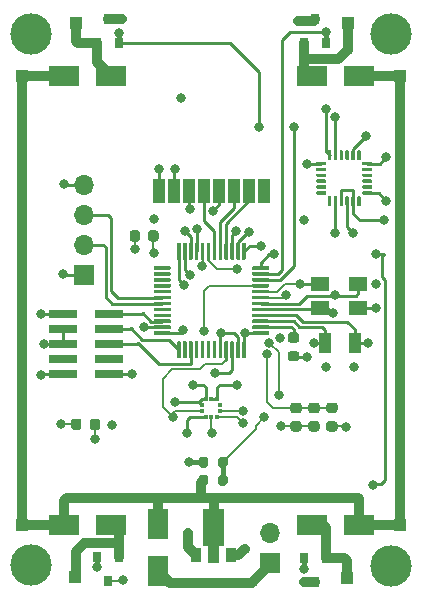
<source format=gbr>
%TF.GenerationSoftware,KiCad,Pcbnew,(5.1.9)-1*%
%TF.CreationDate,2021-04-28T15:16:42-04:00*%
%TF.ProjectId,final_design_v3,66696e61-6c5f-4646-9573-69676e5f7633,rev?*%
%TF.SameCoordinates,Original*%
%TF.FileFunction,Copper,L1,Top*%
%TF.FilePolarity,Positive*%
%FSLAX46Y46*%
G04 Gerber Fmt 4.6, Leading zero omitted, Abs format (unit mm)*
G04 Created by KiCad (PCBNEW (5.1.9)-1) date 2021-04-28 15:16:42*
%MOMM*%
%LPD*%
G01*
G04 APERTURE LIST*
%TA.AperFunction,SMDPad,CuDef*%
%ADD10R,2.400000X0.740000*%
%TD*%
%TA.AperFunction,SMDPad,CuDef*%
%ADD11R,1.000000X2.000000*%
%TD*%
%TA.AperFunction,ComponentPad*%
%ADD12C,3.500000*%
%TD*%
%TA.AperFunction,SMDPad,CuDef*%
%ADD13R,1.800000X2.500000*%
%TD*%
%TA.AperFunction,SMDPad,CuDef*%
%ADD14R,2.500000X1.800000*%
%TD*%
%TA.AperFunction,ComponentPad*%
%ADD15R,1.700000X1.700000*%
%TD*%
%TA.AperFunction,ComponentPad*%
%ADD16O,1.700000X1.700000*%
%TD*%
%TA.AperFunction,SMDPad,CuDef*%
%ADD17R,1.000000X1.000000*%
%TD*%
%TA.AperFunction,SMDPad,CuDef*%
%ADD18R,0.800000X0.900000*%
%TD*%
%TA.AperFunction,SMDPad,CuDef*%
%ADD19R,0.350000X0.380000*%
%TD*%
%TA.AperFunction,SMDPad,CuDef*%
%ADD20R,0.900000X1.300000*%
%TD*%
%TA.AperFunction,SMDPad,CuDef*%
%ADD21C,0.100000*%
%TD*%
%TA.AperFunction,SMDPad,CuDef*%
%ADD22R,1.000000X1.800000*%
%TD*%
%TA.AperFunction,SMDPad,CuDef*%
%ADD23R,1.600000X1.300000*%
%TD*%
%TA.AperFunction,ViaPad*%
%ADD24C,0.800000*%
%TD*%
%TA.AperFunction,Conductor*%
%ADD25C,0.812800*%
%TD*%
%TA.AperFunction,Conductor*%
%ADD26C,0.250000*%
%TD*%
%TA.AperFunction,Conductor*%
%ADD27C,0.200000*%
%TD*%
%TA.AperFunction,Conductor*%
%ADD28C,0.381000*%
%TD*%
G04 APERTURE END LIST*
D10*
%TO.P,J1,10*%
%TO.N,NRST*%
X130350000Y-105740000D03*
%TO.P,J1,9*%
%TO.N,GND*%
X126450000Y-105740000D03*
%TO.P,J1,8*%
%TO.N,Net-(J1-Pad8)*%
X130350000Y-104470000D03*
%TO.P,J1,7*%
%TO.N,Net-(J1-Pad7)*%
X126450000Y-104470000D03*
%TO.P,J1,6*%
%TO.N,SWO*%
X130350000Y-103200000D03*
%TO.P,J1,5*%
%TO.N,GND*%
X126450000Y-103200000D03*
%TO.P,J1,4*%
%TO.N,SWCLK*%
X130350000Y-101930000D03*
%TO.P,J1,3*%
%TO.N,GND*%
X126450000Y-101930000D03*
%TO.P,J1,2*%
%TO.N,SWDIO*%
X130350000Y-100660000D03*
%TO.P,J1,1*%
%TO.N,+3V3*%
X126450000Y-100660000D03*
%TD*%
D11*
%TO.P,U4,2*%
%TO.N,+3V3*%
X134600000Y-90200000D03*
%TO.P,U4,1*%
%TO.N,GND*%
X135870000Y-90200000D03*
%TO.P,U4,3*%
%TO.N,SPI1_CE*%
X137140000Y-90200000D03*
%TO.P,U4,4*%
%TO.N,SPI1_CSN*%
X138410000Y-90200000D03*
%TO.P,U4,5*%
%TO.N,SPI1_SCK*%
X139680000Y-90200000D03*
%TO.P,U4,6*%
%TO.N,SPI1_MOSI*%
X140950000Y-90200000D03*
%TO.P,U4,7*%
%TO.N,SPI1_MISO*%
X142220000Y-90200000D03*
%TO.P,U4,8*%
%TO.N,SPI1_IRQ*%
X143490000Y-90200000D03*
%TD*%
D12*
%TO.P,H1,1*%
%TO.N,GND*%
X123698000Y-76962000D03*
%TD*%
%TO.P,C6,1*%
%TO.N,+3.3VA*%
%TA.AperFunction,SMDPad,CuDef*%
G36*
G01*
X145901600Y-108147400D02*
X146401600Y-108147400D01*
G75*
G02*
X146626600Y-108372400I0J-225000D01*
G01*
X146626600Y-108822400D01*
G75*
G02*
X146401600Y-109047400I-225000J0D01*
G01*
X145901600Y-109047400D01*
G75*
G02*
X145676600Y-108822400I0J225000D01*
G01*
X145676600Y-108372400D01*
G75*
G02*
X145901600Y-108147400I225000J0D01*
G01*
G37*
%TD.AperFunction*%
%TO.P,C6,2*%
%TO.N,GND*%
%TA.AperFunction,SMDPad,CuDef*%
G36*
G01*
X145901600Y-109697400D02*
X146401600Y-109697400D01*
G75*
G02*
X146626600Y-109922400I0J-225000D01*
G01*
X146626600Y-110372400D01*
G75*
G02*
X146401600Y-110597400I-225000J0D01*
G01*
X145901600Y-110597400D01*
G75*
G02*
X145676600Y-110372400I0J225000D01*
G01*
X145676600Y-109922400D01*
G75*
G02*
X145901600Y-109697400I225000J0D01*
G01*
G37*
%TD.AperFunction*%
%TD*%
%TO.P,C7,2*%
%TO.N,GND*%
%TA.AperFunction,SMDPad,CuDef*%
G36*
G01*
X147425600Y-109697400D02*
X147925600Y-109697400D01*
G75*
G02*
X148150600Y-109922400I0J-225000D01*
G01*
X148150600Y-110372400D01*
G75*
G02*
X147925600Y-110597400I-225000J0D01*
G01*
X147425600Y-110597400D01*
G75*
G02*
X147200600Y-110372400I0J225000D01*
G01*
X147200600Y-109922400D01*
G75*
G02*
X147425600Y-109697400I225000J0D01*
G01*
G37*
%TD.AperFunction*%
%TO.P,C7,1*%
%TO.N,+3.3VA*%
%TA.AperFunction,SMDPad,CuDef*%
G36*
G01*
X147425600Y-108147400D02*
X147925600Y-108147400D01*
G75*
G02*
X148150600Y-108372400I0J-225000D01*
G01*
X148150600Y-108822400D01*
G75*
G02*
X147925600Y-109047400I-225000J0D01*
G01*
X147425600Y-109047400D01*
G75*
G02*
X147200600Y-108822400I0J225000D01*
G01*
X147200600Y-108372400D01*
G75*
G02*
X147425600Y-108147400I225000J0D01*
G01*
G37*
%TD.AperFunction*%
%TD*%
%TO.P,D1,1*%
%TO.N,Net-(D1-Pad1)*%
%TA.AperFunction,SMDPad,CuDef*%
G36*
G01*
X127121200Y-110238250D02*
X127121200Y-109725750D01*
G75*
G02*
X127339950Y-109507000I218750J0D01*
G01*
X127777450Y-109507000D01*
G75*
G02*
X127996200Y-109725750I0J-218750D01*
G01*
X127996200Y-110238250D01*
G75*
G02*
X127777450Y-110457000I-218750J0D01*
G01*
X127339950Y-110457000D01*
G75*
G02*
X127121200Y-110238250I0J218750D01*
G01*
G37*
%TD.AperFunction*%
%TO.P,D1,2*%
%TO.N,+3V3*%
%TA.AperFunction,SMDPad,CuDef*%
G36*
G01*
X128696200Y-110238250D02*
X128696200Y-109725750D01*
G75*
G02*
X128914950Y-109507000I218750J0D01*
G01*
X129352450Y-109507000D01*
G75*
G02*
X129571200Y-109725750I0J-218750D01*
G01*
X129571200Y-110238250D01*
G75*
G02*
X129352450Y-110457000I-218750J0D01*
G01*
X128914950Y-110457000D01*
G75*
G02*
X128696200Y-110238250I0J218750D01*
G01*
G37*
%TD.AperFunction*%
%TD*%
%TO.P,D2,2*%
%TO.N,LED1*%
%TA.AperFunction,SMDPad,CuDef*%
G36*
G01*
X146204650Y-103078800D02*
X145692150Y-103078800D01*
G75*
G02*
X145473400Y-102860050I0J218750D01*
G01*
X145473400Y-102422550D01*
G75*
G02*
X145692150Y-102203800I218750J0D01*
G01*
X146204650Y-102203800D01*
G75*
G02*
X146423400Y-102422550I0J-218750D01*
G01*
X146423400Y-102860050D01*
G75*
G02*
X146204650Y-103078800I-218750J0D01*
G01*
G37*
%TD.AperFunction*%
%TO.P,D2,1*%
%TO.N,Net-(D2-Pad1)*%
%TA.AperFunction,SMDPad,CuDef*%
G36*
G01*
X146204650Y-104653800D02*
X145692150Y-104653800D01*
G75*
G02*
X145473400Y-104435050I0J218750D01*
G01*
X145473400Y-103997550D01*
G75*
G02*
X145692150Y-103778800I218750J0D01*
G01*
X146204650Y-103778800D01*
G75*
G02*
X146423400Y-103997550I0J-218750D01*
G01*
X146423400Y-104435050D01*
G75*
G02*
X146204650Y-104653800I-218750J0D01*
G01*
G37*
%TD.AperFunction*%
%TD*%
%TO.P,D3,1*%
%TO.N,Net-(D3-Pad1)*%
%TA.AperFunction,SMDPad,CuDef*%
G36*
G01*
X132074200Y-94287050D02*
X132074200Y-93774550D01*
G75*
G02*
X132292950Y-93555800I218750J0D01*
G01*
X132730450Y-93555800D01*
G75*
G02*
X132949200Y-93774550I0J-218750D01*
G01*
X132949200Y-94287050D01*
G75*
G02*
X132730450Y-94505800I-218750J0D01*
G01*
X132292950Y-94505800D01*
G75*
G02*
X132074200Y-94287050I0J218750D01*
G01*
G37*
%TD.AperFunction*%
%TO.P,D3,2*%
%TO.N,LED2*%
%TA.AperFunction,SMDPad,CuDef*%
G36*
G01*
X133649200Y-94287050D02*
X133649200Y-93774550D01*
G75*
G02*
X133867950Y-93555800I218750J0D01*
G01*
X134305450Y-93555800D01*
G75*
G02*
X134524200Y-93774550I0J-218750D01*
G01*
X134524200Y-94287050D01*
G75*
G02*
X134305450Y-94505800I-218750J0D01*
G01*
X133867950Y-94505800D01*
G75*
G02*
X133649200Y-94287050I0J218750D01*
G01*
G37*
%TD.AperFunction*%
%TD*%
D13*
%TO.P,D5,2*%
%TO.N,+BATT*%
X134500000Y-122400000D03*
%TO.P,D5,1*%
%TO.N,VCC*%
X134500000Y-118400000D03*
%TD*%
D14*
%TO.P,D6,2*%
%TO.N,Net-(D6-Pad2)*%
X130500000Y-80500000D03*
%TO.P,D6,1*%
%TO.N,VCC*%
X126500000Y-80500000D03*
%TD*%
%TO.P,D7,2*%
%TO.N,Net-(D7-Pad2)*%
X130524000Y-118491000D03*
%TO.P,D7,1*%
%TO.N,VCC*%
X126524000Y-118491000D03*
%TD*%
%TO.P,D8,1*%
%TO.N,VCC*%
X151500000Y-80500000D03*
%TO.P,D8,2*%
%TO.N,Net-(D8-Pad2)*%
X147500000Y-80500000D03*
%TD*%
%TO.P,D9,1*%
%TO.N,VCC*%
X151500000Y-118491000D03*
%TO.P,D9,2*%
%TO.N,Net-(D9-Pad2)*%
X147500000Y-118491000D03*
%TD*%
D12*
%TO.P,H2,1*%
%TO.N,GND*%
X154178000Y-122000000D03*
%TD*%
%TO.P,H3,1*%
%TO.N,GND*%
X154178000Y-76962000D03*
%TD*%
%TO.P,H4,1*%
%TO.N,GND*%
X123698000Y-121920000D03*
%TD*%
D15*
%TO.P,J2,1*%
%TO.N,GND*%
X128200000Y-97300000D03*
D16*
%TO.P,J2,2*%
%TO.N,UART1_RX*%
X128200000Y-94760000D03*
%TO.P,J2,3*%
%TO.N,UART1_TX*%
X128200000Y-92220000D03*
%TO.P,J2,4*%
%TO.N,+3V3*%
X128200000Y-89680000D03*
%TD*%
D15*
%TO.P,J3,1*%
%TO.N,+BATT*%
X144000000Y-121700000D03*
D16*
%TO.P,J3,2*%
%TO.N,GND*%
X144000000Y-119160000D03*
%TD*%
D17*
%TO.P,J4,1*%
%TO.N,VCC*%
X123000000Y-80500000D03*
%TD*%
%TO.P,J5,1*%
%TO.N,Net-(D6-Pad2)*%
X127500000Y-76000000D03*
%TD*%
%TO.P,J6,1*%
%TO.N,VCC*%
X122999500Y-118491000D03*
%TD*%
%TO.P,J7,1*%
%TO.N,Net-(D7-Pad2)*%
X127406400Y-122936000D03*
%TD*%
%TO.P,J8,1*%
%TO.N,VCC*%
X155000000Y-80500000D03*
%TD*%
%TO.P,J9,1*%
%TO.N,Net-(D8-Pad2)*%
X150550000Y-75975000D03*
%TD*%
%TO.P,J10,1*%
%TO.N,VCC*%
X155000000Y-118500000D03*
%TD*%
%TO.P,J11,1*%
%TO.N,Net-(D9-Pad2)*%
X150500000Y-123000000D03*
%TD*%
%TO.P,L1,1*%
%TO.N,+3V3*%
%TA.AperFunction,SMDPad,CuDef*%
G36*
G01*
X149455850Y-110597400D02*
X148943350Y-110597400D01*
G75*
G02*
X148724600Y-110378650I0J218750D01*
G01*
X148724600Y-109941150D01*
G75*
G02*
X148943350Y-109722400I218750J0D01*
G01*
X149455850Y-109722400D01*
G75*
G02*
X149674600Y-109941150I0J-218750D01*
G01*
X149674600Y-110378650D01*
G75*
G02*
X149455850Y-110597400I-218750J0D01*
G01*
G37*
%TD.AperFunction*%
%TO.P,L1,2*%
%TO.N,+3.3VA*%
%TA.AperFunction,SMDPad,CuDef*%
G36*
G01*
X149455850Y-109022400D02*
X148943350Y-109022400D01*
G75*
G02*
X148724600Y-108803650I0J218750D01*
G01*
X148724600Y-108366150D01*
G75*
G02*
X148943350Y-108147400I218750J0D01*
G01*
X149455850Y-108147400D01*
G75*
G02*
X149674600Y-108366150I0J-218750D01*
G01*
X149674600Y-108803650D01*
G75*
G02*
X149455850Y-109022400I-218750J0D01*
G01*
G37*
%TD.AperFunction*%
%TD*%
D18*
%TO.P,Q1,1*%
%TO.N,Net-(D6-Pad2)*%
X129300000Y-77700000D03*
%TO.P,Q1,2*%
%TO.N,M1_PWM*%
X131200000Y-77700000D03*
%TO.P,Q1,3*%
%TO.N,GND*%
X130250000Y-75700000D03*
%TD*%
%TO.P,Q2,1*%
%TO.N,Net-(D7-Pad2)*%
X131201200Y-121224800D03*
%TO.P,Q2,2*%
%TO.N,M3_PWM*%
X129301200Y-121224800D03*
%TO.P,Q2,3*%
%TO.N,GND*%
X130251200Y-123224800D03*
%TD*%
%TO.P,Q3,3*%
%TO.N,GND*%
X147775000Y-75675000D03*
%TO.P,Q3,2*%
%TO.N,M2_PWM*%
X148725000Y-77675000D03*
%TO.P,Q3,1*%
%TO.N,Net-(D8-Pad2)*%
X146825000Y-77675000D03*
%TD*%
%TO.P,Q4,3*%
%TO.N,GND*%
X147750000Y-123300000D03*
%TO.P,Q4,2*%
%TO.N,M4_PWM*%
X146800000Y-121300000D03*
%TO.P,Q4,1*%
%TO.N,Net-(D9-Pad2)*%
X148700000Y-121300000D03*
%TD*%
%TO.P,R9,2*%
%TO.N,VCC*%
%TA.AperFunction,SMDPad,CuDef*%
G36*
G01*
X138716200Y-114431400D02*
X138716200Y-114981400D01*
G75*
G02*
X138516200Y-115181400I-200000J0D01*
G01*
X138116200Y-115181400D01*
G75*
G02*
X137916200Y-114981400I0J200000D01*
G01*
X137916200Y-114431400D01*
G75*
G02*
X138116200Y-114231400I200000J0D01*
G01*
X138516200Y-114231400D01*
G75*
G02*
X138716200Y-114431400I0J-200000D01*
G01*
G37*
%TD.AperFunction*%
%TO.P,R9,1*%
%TO.N,ADC_BATT*%
%TA.AperFunction,SMDPad,CuDef*%
G36*
G01*
X140366200Y-114431400D02*
X140366200Y-114981400D01*
G75*
G02*
X140166200Y-115181400I-200000J0D01*
G01*
X139766200Y-115181400D01*
G75*
G02*
X139566200Y-114981400I0J200000D01*
G01*
X139566200Y-114431400D01*
G75*
G02*
X139766200Y-114231400I200000J0D01*
G01*
X140166200Y-114231400D01*
G75*
G02*
X140366200Y-114431400I0J-200000D01*
G01*
G37*
%TD.AperFunction*%
%TD*%
%TO.P,R10,1*%
%TO.N,GND*%
%TA.AperFunction,SMDPad,CuDef*%
G36*
G01*
X137916200Y-113457400D02*
X137916200Y-112907400D01*
G75*
G02*
X138116200Y-112707400I200000J0D01*
G01*
X138516200Y-112707400D01*
G75*
G02*
X138716200Y-112907400I0J-200000D01*
G01*
X138716200Y-113457400D01*
G75*
G02*
X138516200Y-113657400I-200000J0D01*
G01*
X138116200Y-113657400D01*
G75*
G02*
X137916200Y-113457400I0J200000D01*
G01*
G37*
%TD.AperFunction*%
%TO.P,R10,2*%
%TO.N,ADC_BATT*%
%TA.AperFunction,SMDPad,CuDef*%
G36*
G01*
X139566200Y-113457400D02*
X139566200Y-112907400D01*
G75*
G02*
X139766200Y-112707400I200000J0D01*
G01*
X140166200Y-112707400D01*
G75*
G02*
X140366200Y-112907400I0J-200000D01*
G01*
X140366200Y-113457400D01*
G75*
G02*
X140166200Y-113657400I-200000J0D01*
G01*
X139766200Y-113657400D01*
G75*
G02*
X139566200Y-113457400I0J200000D01*
G01*
G37*
%TD.AperFunction*%
%TD*%
%TO.P,U1,1*%
%TO.N,+3V3*%
%TA.AperFunction,SMDPad,CuDef*%
G36*
G01*
X143900000Y-102175000D02*
X143900000Y-102325000D01*
G75*
G02*
X143825000Y-102400000I-75000J0D01*
G01*
X142500000Y-102400000D01*
G75*
G02*
X142425000Y-102325000I0J75000D01*
G01*
X142425000Y-102175000D01*
G75*
G02*
X142500000Y-102100000I75000J0D01*
G01*
X143825000Y-102100000D01*
G75*
G02*
X143900000Y-102175000I0J-75000D01*
G01*
G37*
%TD.AperFunction*%
%TO.P,U1,2*%
%TO.N,LED1*%
%TA.AperFunction,SMDPad,CuDef*%
G36*
G01*
X143900000Y-101675000D02*
X143900000Y-101825000D01*
G75*
G02*
X143825000Y-101900000I-75000J0D01*
G01*
X142500000Y-101900000D01*
G75*
G02*
X142425000Y-101825000I0J75000D01*
G01*
X142425000Y-101675000D01*
G75*
G02*
X142500000Y-101600000I75000J0D01*
G01*
X143825000Y-101600000D01*
G75*
G02*
X143900000Y-101675000I0J-75000D01*
G01*
G37*
%TD.AperFunction*%
%TO.P,U1,3*%
%TO.N,OSC32_IN*%
%TA.AperFunction,SMDPad,CuDef*%
G36*
G01*
X143900000Y-101175000D02*
X143900000Y-101325000D01*
G75*
G02*
X143825000Y-101400000I-75000J0D01*
G01*
X142500000Y-101400000D01*
G75*
G02*
X142425000Y-101325000I0J75000D01*
G01*
X142425000Y-101175000D01*
G75*
G02*
X142500000Y-101100000I75000J0D01*
G01*
X143825000Y-101100000D01*
G75*
G02*
X143900000Y-101175000I0J-75000D01*
G01*
G37*
%TD.AperFunction*%
%TO.P,U1,4*%
%TO.N,OSC32_OUT*%
%TA.AperFunction,SMDPad,CuDef*%
G36*
G01*
X143900000Y-100675000D02*
X143900000Y-100825000D01*
G75*
G02*
X143825000Y-100900000I-75000J0D01*
G01*
X142500000Y-100900000D01*
G75*
G02*
X142425000Y-100825000I0J75000D01*
G01*
X142425000Y-100675000D01*
G75*
G02*
X142500000Y-100600000I75000J0D01*
G01*
X143825000Y-100600000D01*
G75*
G02*
X143900000Y-100675000I0J-75000D01*
G01*
G37*
%TD.AperFunction*%
%TO.P,U1,5*%
%TO.N,OSC8_IN*%
%TA.AperFunction,SMDPad,CuDef*%
G36*
G01*
X143900000Y-100175000D02*
X143900000Y-100325000D01*
G75*
G02*
X143825000Y-100400000I-75000J0D01*
G01*
X142500000Y-100400000D01*
G75*
G02*
X142425000Y-100325000I0J75000D01*
G01*
X142425000Y-100175000D01*
G75*
G02*
X142500000Y-100100000I75000J0D01*
G01*
X143825000Y-100100000D01*
G75*
G02*
X143900000Y-100175000I0J-75000D01*
G01*
G37*
%TD.AperFunction*%
%TO.P,U1,6*%
%TO.N,OSC8_OUT*%
%TA.AperFunction,SMDPad,CuDef*%
G36*
G01*
X143900000Y-99675000D02*
X143900000Y-99825000D01*
G75*
G02*
X143825000Y-99900000I-75000J0D01*
G01*
X142500000Y-99900000D01*
G75*
G02*
X142425000Y-99825000I0J75000D01*
G01*
X142425000Y-99675000D01*
G75*
G02*
X142500000Y-99600000I75000J0D01*
G01*
X143825000Y-99600000D01*
G75*
G02*
X143900000Y-99675000I0J-75000D01*
G01*
G37*
%TD.AperFunction*%
%TO.P,U1,7*%
%TO.N,NRST*%
%TA.AperFunction,SMDPad,CuDef*%
G36*
G01*
X143900000Y-99175000D02*
X143900000Y-99325000D01*
G75*
G02*
X143825000Y-99400000I-75000J0D01*
G01*
X142500000Y-99400000D01*
G75*
G02*
X142425000Y-99325000I0J75000D01*
G01*
X142425000Y-99175000D01*
G75*
G02*
X142500000Y-99100000I75000J0D01*
G01*
X143825000Y-99100000D01*
G75*
G02*
X143900000Y-99175000I0J-75000D01*
G01*
G37*
%TD.AperFunction*%
%TO.P,U1,8*%
%TO.N,GND*%
%TA.AperFunction,SMDPad,CuDef*%
G36*
G01*
X143900000Y-98675000D02*
X143900000Y-98825000D01*
G75*
G02*
X143825000Y-98900000I-75000J0D01*
G01*
X142500000Y-98900000D01*
G75*
G02*
X142425000Y-98825000I0J75000D01*
G01*
X142425000Y-98675000D01*
G75*
G02*
X142500000Y-98600000I75000J0D01*
G01*
X143825000Y-98600000D01*
G75*
G02*
X143900000Y-98675000I0J-75000D01*
G01*
G37*
%TD.AperFunction*%
%TO.P,U1,9*%
%TO.N,+3.3VA*%
%TA.AperFunction,SMDPad,CuDef*%
G36*
G01*
X143900000Y-98175000D02*
X143900000Y-98325000D01*
G75*
G02*
X143825000Y-98400000I-75000J0D01*
G01*
X142500000Y-98400000D01*
G75*
G02*
X142425000Y-98325000I0J75000D01*
G01*
X142425000Y-98175000D01*
G75*
G02*
X142500000Y-98100000I75000J0D01*
G01*
X143825000Y-98100000D01*
G75*
G02*
X143900000Y-98175000I0J-75000D01*
G01*
G37*
%TD.AperFunction*%
%TO.P,U1,10*%
%TO.N,M1_PWM*%
%TA.AperFunction,SMDPad,CuDef*%
G36*
G01*
X143900000Y-97675000D02*
X143900000Y-97825000D01*
G75*
G02*
X143825000Y-97900000I-75000J0D01*
G01*
X142500000Y-97900000D01*
G75*
G02*
X142425000Y-97825000I0J75000D01*
G01*
X142425000Y-97675000D01*
G75*
G02*
X142500000Y-97600000I75000J0D01*
G01*
X143825000Y-97600000D01*
G75*
G02*
X143900000Y-97675000I0J-75000D01*
G01*
G37*
%TD.AperFunction*%
%TO.P,U1,11*%
%TO.N,M2_PWM*%
%TA.AperFunction,SMDPad,CuDef*%
G36*
G01*
X143900000Y-97175000D02*
X143900000Y-97325000D01*
G75*
G02*
X143825000Y-97400000I-75000J0D01*
G01*
X142500000Y-97400000D01*
G75*
G02*
X142425000Y-97325000I0J75000D01*
G01*
X142425000Y-97175000D01*
G75*
G02*
X142500000Y-97100000I75000J0D01*
G01*
X143825000Y-97100000D01*
G75*
G02*
X143900000Y-97175000I0J-75000D01*
G01*
G37*
%TD.AperFunction*%
%TO.P,U1,12*%
%TO.N,M3_PWM*%
%TA.AperFunction,SMDPad,CuDef*%
G36*
G01*
X143900000Y-96675000D02*
X143900000Y-96825000D01*
G75*
G02*
X143825000Y-96900000I-75000J0D01*
G01*
X142500000Y-96900000D01*
G75*
G02*
X142425000Y-96825000I0J75000D01*
G01*
X142425000Y-96675000D01*
G75*
G02*
X142500000Y-96600000I75000J0D01*
G01*
X143825000Y-96600000D01*
G75*
G02*
X143900000Y-96675000I0J-75000D01*
G01*
G37*
%TD.AperFunction*%
%TO.P,U1,13*%
%TO.N,M4_PWM*%
%TA.AperFunction,SMDPad,CuDef*%
G36*
G01*
X141900000Y-94675000D02*
X141900000Y-96000000D01*
G75*
G02*
X141825000Y-96075000I-75000J0D01*
G01*
X141675000Y-96075000D01*
G75*
G02*
X141600000Y-96000000I0J75000D01*
G01*
X141600000Y-94675000D01*
G75*
G02*
X141675000Y-94600000I75000J0D01*
G01*
X141825000Y-94600000D01*
G75*
G02*
X141900000Y-94675000I0J-75000D01*
G01*
G37*
%TD.AperFunction*%
%TO.P,U1,14*%
%TO.N,SPI1_CE*%
%TA.AperFunction,SMDPad,CuDef*%
G36*
G01*
X141400000Y-94675000D02*
X141400000Y-96000000D01*
G75*
G02*
X141325000Y-96075000I-75000J0D01*
G01*
X141175000Y-96075000D01*
G75*
G02*
X141100000Y-96000000I0J75000D01*
G01*
X141100000Y-94675000D01*
G75*
G02*
X141175000Y-94600000I75000J0D01*
G01*
X141325000Y-94600000D01*
G75*
G02*
X141400000Y-94675000I0J-75000D01*
G01*
G37*
%TD.AperFunction*%
%TO.P,U1,15*%
%TO.N,SPI1_SCK*%
%TA.AperFunction,SMDPad,CuDef*%
G36*
G01*
X140900000Y-94675000D02*
X140900000Y-96000000D01*
G75*
G02*
X140825000Y-96075000I-75000J0D01*
G01*
X140675000Y-96075000D01*
G75*
G02*
X140600000Y-96000000I0J75000D01*
G01*
X140600000Y-94675000D01*
G75*
G02*
X140675000Y-94600000I75000J0D01*
G01*
X140825000Y-94600000D01*
G75*
G02*
X140900000Y-94675000I0J-75000D01*
G01*
G37*
%TD.AperFunction*%
%TO.P,U1,16*%
%TO.N,SPI1_MISO*%
%TA.AperFunction,SMDPad,CuDef*%
G36*
G01*
X140400000Y-94675000D02*
X140400000Y-96000000D01*
G75*
G02*
X140325000Y-96075000I-75000J0D01*
G01*
X140175000Y-96075000D01*
G75*
G02*
X140100000Y-96000000I0J75000D01*
G01*
X140100000Y-94675000D01*
G75*
G02*
X140175000Y-94600000I75000J0D01*
G01*
X140325000Y-94600000D01*
G75*
G02*
X140400000Y-94675000I0J-75000D01*
G01*
G37*
%TD.AperFunction*%
%TO.P,U1,17*%
%TO.N,SPI1_MOSI*%
%TA.AperFunction,SMDPad,CuDef*%
G36*
G01*
X139900000Y-94675000D02*
X139900000Y-96000000D01*
G75*
G02*
X139825000Y-96075000I-75000J0D01*
G01*
X139675000Y-96075000D01*
G75*
G02*
X139600000Y-96000000I0J75000D01*
G01*
X139600000Y-94675000D01*
G75*
G02*
X139675000Y-94600000I75000J0D01*
G01*
X139825000Y-94600000D01*
G75*
G02*
X139900000Y-94675000I0J-75000D01*
G01*
G37*
%TD.AperFunction*%
%TO.P,U1,18*%
%TO.N,SPI1_CSN*%
%TA.AperFunction,SMDPad,CuDef*%
G36*
G01*
X139400000Y-94675000D02*
X139400000Y-96000000D01*
G75*
G02*
X139325000Y-96075000I-75000J0D01*
G01*
X139175000Y-96075000D01*
G75*
G02*
X139100000Y-96000000I0J75000D01*
G01*
X139100000Y-94675000D01*
G75*
G02*
X139175000Y-94600000I75000J0D01*
G01*
X139325000Y-94600000D01*
G75*
G02*
X139400000Y-94675000I0J-75000D01*
G01*
G37*
%TD.AperFunction*%
%TO.P,U1,19*%
%TO.N,ADC_BATT*%
%TA.AperFunction,SMDPad,CuDef*%
G36*
G01*
X138900000Y-94675000D02*
X138900000Y-96000000D01*
G75*
G02*
X138825000Y-96075000I-75000J0D01*
G01*
X138675000Y-96075000D01*
G75*
G02*
X138600000Y-96000000I0J75000D01*
G01*
X138600000Y-94675000D01*
G75*
G02*
X138675000Y-94600000I75000J0D01*
G01*
X138825000Y-94600000D01*
G75*
G02*
X138900000Y-94675000I0J-75000D01*
G01*
G37*
%TD.AperFunction*%
%TO.P,U1,20*%
%TO.N,LED2*%
%TA.AperFunction,SMDPad,CuDef*%
G36*
G01*
X138400000Y-94675000D02*
X138400000Y-96000000D01*
G75*
G02*
X138325000Y-96075000I-75000J0D01*
G01*
X138175000Y-96075000D01*
G75*
G02*
X138100000Y-96000000I0J75000D01*
G01*
X138100000Y-94675000D01*
G75*
G02*
X138175000Y-94600000I75000J0D01*
G01*
X138325000Y-94600000D01*
G75*
G02*
X138400000Y-94675000I0J-75000D01*
G01*
G37*
%TD.AperFunction*%
%TO.P,U1,21*%
%TO.N,I2C2_SCL*%
%TA.AperFunction,SMDPad,CuDef*%
G36*
G01*
X137900000Y-94675000D02*
X137900000Y-96000000D01*
G75*
G02*
X137825000Y-96075000I-75000J0D01*
G01*
X137675000Y-96075000D01*
G75*
G02*
X137600000Y-96000000I0J75000D01*
G01*
X137600000Y-94675000D01*
G75*
G02*
X137675000Y-94600000I75000J0D01*
G01*
X137825000Y-94600000D01*
G75*
G02*
X137900000Y-94675000I0J-75000D01*
G01*
G37*
%TD.AperFunction*%
%TO.P,U1,22*%
%TO.N,I2C2_SDA*%
%TA.AperFunction,SMDPad,CuDef*%
G36*
G01*
X137400000Y-94675000D02*
X137400000Y-96000000D01*
G75*
G02*
X137325000Y-96075000I-75000J0D01*
G01*
X137175000Y-96075000D01*
G75*
G02*
X137100000Y-96000000I0J75000D01*
G01*
X137100000Y-94675000D01*
G75*
G02*
X137175000Y-94600000I75000J0D01*
G01*
X137325000Y-94600000D01*
G75*
G02*
X137400000Y-94675000I0J-75000D01*
G01*
G37*
%TD.AperFunction*%
%TO.P,U1,23*%
%TO.N,GND*%
%TA.AperFunction,SMDPad,CuDef*%
G36*
G01*
X136900000Y-94675000D02*
X136900000Y-96000000D01*
G75*
G02*
X136825000Y-96075000I-75000J0D01*
G01*
X136675000Y-96075000D01*
G75*
G02*
X136600000Y-96000000I0J75000D01*
G01*
X136600000Y-94675000D01*
G75*
G02*
X136675000Y-94600000I75000J0D01*
G01*
X136825000Y-94600000D01*
G75*
G02*
X136900000Y-94675000I0J-75000D01*
G01*
G37*
%TD.AperFunction*%
%TO.P,U1,24*%
%TO.N,+3V3*%
%TA.AperFunction,SMDPad,CuDef*%
G36*
G01*
X136400000Y-94675000D02*
X136400000Y-96000000D01*
G75*
G02*
X136325000Y-96075000I-75000J0D01*
G01*
X136175000Y-96075000D01*
G75*
G02*
X136100000Y-96000000I0J75000D01*
G01*
X136100000Y-94675000D01*
G75*
G02*
X136175000Y-94600000I75000J0D01*
G01*
X136325000Y-94600000D01*
G75*
G02*
X136400000Y-94675000I0J-75000D01*
G01*
G37*
%TD.AperFunction*%
%TO.P,U1,25*%
%TO.N,Net-(U1-Pad25)*%
%TA.AperFunction,SMDPad,CuDef*%
G36*
G01*
X135575000Y-96675000D02*
X135575000Y-96825000D01*
G75*
G02*
X135500000Y-96900000I-75000J0D01*
G01*
X134175000Y-96900000D01*
G75*
G02*
X134100000Y-96825000I0J75000D01*
G01*
X134100000Y-96675000D01*
G75*
G02*
X134175000Y-96600000I75000J0D01*
G01*
X135500000Y-96600000D01*
G75*
G02*
X135575000Y-96675000I0J-75000D01*
G01*
G37*
%TD.AperFunction*%
%TO.P,U1,26*%
%TO.N,Net-(U1-Pad26)*%
%TA.AperFunction,SMDPad,CuDef*%
G36*
G01*
X135575000Y-97175000D02*
X135575000Y-97325000D01*
G75*
G02*
X135500000Y-97400000I-75000J0D01*
G01*
X134175000Y-97400000D01*
G75*
G02*
X134100000Y-97325000I0J75000D01*
G01*
X134100000Y-97175000D01*
G75*
G02*
X134175000Y-97100000I75000J0D01*
G01*
X135500000Y-97100000D01*
G75*
G02*
X135575000Y-97175000I0J-75000D01*
G01*
G37*
%TD.AperFunction*%
%TO.P,U1,27*%
%TO.N,Net-(U1-Pad27)*%
%TA.AperFunction,SMDPad,CuDef*%
G36*
G01*
X135575000Y-97675000D02*
X135575000Y-97825000D01*
G75*
G02*
X135500000Y-97900000I-75000J0D01*
G01*
X134175000Y-97900000D01*
G75*
G02*
X134100000Y-97825000I0J75000D01*
G01*
X134100000Y-97675000D01*
G75*
G02*
X134175000Y-97600000I75000J0D01*
G01*
X135500000Y-97600000D01*
G75*
G02*
X135575000Y-97675000I0J-75000D01*
G01*
G37*
%TD.AperFunction*%
%TO.P,U1,28*%
%TO.N,Net-(U1-Pad28)*%
%TA.AperFunction,SMDPad,CuDef*%
G36*
G01*
X135575000Y-98175000D02*
X135575000Y-98325000D01*
G75*
G02*
X135500000Y-98400000I-75000J0D01*
G01*
X134175000Y-98400000D01*
G75*
G02*
X134100000Y-98325000I0J75000D01*
G01*
X134100000Y-98175000D01*
G75*
G02*
X134175000Y-98100000I75000J0D01*
G01*
X135500000Y-98100000D01*
G75*
G02*
X135575000Y-98175000I0J-75000D01*
G01*
G37*
%TD.AperFunction*%
%TO.P,U1,29*%
%TO.N,Net-(U1-Pad29)*%
%TA.AperFunction,SMDPad,CuDef*%
G36*
G01*
X135575000Y-98675000D02*
X135575000Y-98825000D01*
G75*
G02*
X135500000Y-98900000I-75000J0D01*
G01*
X134175000Y-98900000D01*
G75*
G02*
X134100000Y-98825000I0J75000D01*
G01*
X134100000Y-98675000D01*
G75*
G02*
X134175000Y-98600000I75000J0D01*
G01*
X135500000Y-98600000D01*
G75*
G02*
X135575000Y-98675000I0J-75000D01*
G01*
G37*
%TD.AperFunction*%
%TO.P,U1,30*%
%TO.N,UART1_TX*%
%TA.AperFunction,SMDPad,CuDef*%
G36*
G01*
X135575000Y-99175000D02*
X135575000Y-99325000D01*
G75*
G02*
X135500000Y-99400000I-75000J0D01*
G01*
X134175000Y-99400000D01*
G75*
G02*
X134100000Y-99325000I0J75000D01*
G01*
X134100000Y-99175000D01*
G75*
G02*
X134175000Y-99100000I75000J0D01*
G01*
X135500000Y-99100000D01*
G75*
G02*
X135575000Y-99175000I0J-75000D01*
G01*
G37*
%TD.AperFunction*%
%TO.P,U1,31*%
%TO.N,UART1_RX*%
%TA.AperFunction,SMDPad,CuDef*%
G36*
G01*
X135575000Y-99675000D02*
X135575000Y-99825000D01*
G75*
G02*
X135500000Y-99900000I-75000J0D01*
G01*
X134175000Y-99900000D01*
G75*
G02*
X134100000Y-99825000I0J75000D01*
G01*
X134100000Y-99675000D01*
G75*
G02*
X134175000Y-99600000I75000J0D01*
G01*
X135500000Y-99600000D01*
G75*
G02*
X135575000Y-99675000I0J-75000D01*
G01*
G37*
%TD.AperFunction*%
%TO.P,U1,32*%
%TO.N,Net-(U1-Pad32)*%
%TA.AperFunction,SMDPad,CuDef*%
G36*
G01*
X135575000Y-100175000D02*
X135575000Y-100325000D01*
G75*
G02*
X135500000Y-100400000I-75000J0D01*
G01*
X134175000Y-100400000D01*
G75*
G02*
X134100000Y-100325000I0J75000D01*
G01*
X134100000Y-100175000D01*
G75*
G02*
X134175000Y-100100000I75000J0D01*
G01*
X135500000Y-100100000D01*
G75*
G02*
X135575000Y-100175000I0J-75000D01*
G01*
G37*
%TD.AperFunction*%
%TO.P,U1,33*%
%TO.N,SPI1_IRQ*%
%TA.AperFunction,SMDPad,CuDef*%
G36*
G01*
X135575000Y-100675000D02*
X135575000Y-100825000D01*
G75*
G02*
X135500000Y-100900000I-75000J0D01*
G01*
X134175000Y-100900000D01*
G75*
G02*
X134100000Y-100825000I0J75000D01*
G01*
X134100000Y-100675000D01*
G75*
G02*
X134175000Y-100600000I75000J0D01*
G01*
X135500000Y-100600000D01*
G75*
G02*
X135575000Y-100675000I0J-75000D01*
G01*
G37*
%TD.AperFunction*%
%TO.P,U1,34*%
%TO.N,SWDIO*%
%TA.AperFunction,SMDPad,CuDef*%
G36*
G01*
X135575000Y-101175000D02*
X135575000Y-101325000D01*
G75*
G02*
X135500000Y-101400000I-75000J0D01*
G01*
X134175000Y-101400000D01*
G75*
G02*
X134100000Y-101325000I0J75000D01*
G01*
X134100000Y-101175000D01*
G75*
G02*
X134175000Y-101100000I75000J0D01*
G01*
X135500000Y-101100000D01*
G75*
G02*
X135575000Y-101175000I0J-75000D01*
G01*
G37*
%TD.AperFunction*%
%TO.P,U1,35*%
%TO.N,GND*%
%TA.AperFunction,SMDPad,CuDef*%
G36*
G01*
X135575000Y-101675000D02*
X135575000Y-101825000D01*
G75*
G02*
X135500000Y-101900000I-75000J0D01*
G01*
X134175000Y-101900000D01*
G75*
G02*
X134100000Y-101825000I0J75000D01*
G01*
X134100000Y-101675000D01*
G75*
G02*
X134175000Y-101600000I75000J0D01*
G01*
X135500000Y-101600000D01*
G75*
G02*
X135575000Y-101675000I0J-75000D01*
G01*
G37*
%TD.AperFunction*%
%TO.P,U1,36*%
%TO.N,+3V3*%
%TA.AperFunction,SMDPad,CuDef*%
G36*
G01*
X135575000Y-102175000D02*
X135575000Y-102325000D01*
G75*
G02*
X135500000Y-102400000I-75000J0D01*
G01*
X134175000Y-102400000D01*
G75*
G02*
X134100000Y-102325000I0J75000D01*
G01*
X134100000Y-102175000D01*
G75*
G02*
X134175000Y-102100000I75000J0D01*
G01*
X135500000Y-102100000D01*
G75*
G02*
X135575000Y-102175000I0J-75000D01*
G01*
G37*
%TD.AperFunction*%
%TO.P,U1,37*%
%TO.N,SWCLK*%
%TA.AperFunction,SMDPad,CuDef*%
G36*
G01*
X136400000Y-103000000D02*
X136400000Y-104325000D01*
G75*
G02*
X136325000Y-104400000I-75000J0D01*
G01*
X136175000Y-104400000D01*
G75*
G02*
X136100000Y-104325000I0J75000D01*
G01*
X136100000Y-103000000D01*
G75*
G02*
X136175000Y-102925000I75000J0D01*
G01*
X136325000Y-102925000D01*
G75*
G02*
X136400000Y-103000000I0J-75000D01*
G01*
G37*
%TD.AperFunction*%
%TO.P,U1,38*%
%TO.N,Net-(U1-Pad38)*%
%TA.AperFunction,SMDPad,CuDef*%
G36*
G01*
X136900000Y-103000000D02*
X136900000Y-104325000D01*
G75*
G02*
X136825000Y-104400000I-75000J0D01*
G01*
X136675000Y-104400000D01*
G75*
G02*
X136600000Y-104325000I0J75000D01*
G01*
X136600000Y-103000000D01*
G75*
G02*
X136675000Y-102925000I75000J0D01*
G01*
X136825000Y-102925000D01*
G75*
G02*
X136900000Y-103000000I0J-75000D01*
G01*
G37*
%TD.AperFunction*%
%TO.P,U1,39*%
%TO.N,SWO*%
%TA.AperFunction,SMDPad,CuDef*%
G36*
G01*
X137400000Y-103000000D02*
X137400000Y-104325000D01*
G75*
G02*
X137325000Y-104400000I-75000J0D01*
G01*
X137175000Y-104400000D01*
G75*
G02*
X137100000Y-104325000I0J75000D01*
G01*
X137100000Y-103000000D01*
G75*
G02*
X137175000Y-102925000I75000J0D01*
G01*
X137325000Y-102925000D01*
G75*
G02*
X137400000Y-103000000I0J-75000D01*
G01*
G37*
%TD.AperFunction*%
%TO.P,U1,40*%
%TO.N,Net-(U1-Pad40)*%
%TA.AperFunction,SMDPad,CuDef*%
G36*
G01*
X137900000Y-103000000D02*
X137900000Y-104325000D01*
G75*
G02*
X137825000Y-104400000I-75000J0D01*
G01*
X137675000Y-104400000D01*
G75*
G02*
X137600000Y-104325000I0J75000D01*
G01*
X137600000Y-103000000D01*
G75*
G02*
X137675000Y-102925000I75000J0D01*
G01*
X137825000Y-102925000D01*
G75*
G02*
X137900000Y-103000000I0J-75000D01*
G01*
G37*
%TD.AperFunction*%
%TO.P,U1,41*%
%TO.N,Net-(U1-Pad41)*%
%TA.AperFunction,SMDPad,CuDef*%
G36*
G01*
X138400000Y-103000000D02*
X138400000Y-104325000D01*
G75*
G02*
X138325000Y-104400000I-75000J0D01*
G01*
X138175000Y-104400000D01*
G75*
G02*
X138100000Y-104325000I0J75000D01*
G01*
X138100000Y-103000000D01*
G75*
G02*
X138175000Y-102925000I75000J0D01*
G01*
X138325000Y-102925000D01*
G75*
G02*
X138400000Y-103000000I0J-75000D01*
G01*
G37*
%TD.AperFunction*%
%TO.P,U1,42*%
%TO.N,Net-(U1-Pad42)*%
%TA.AperFunction,SMDPad,CuDef*%
G36*
G01*
X138900000Y-103000000D02*
X138900000Y-104325000D01*
G75*
G02*
X138825000Y-104400000I-75000J0D01*
G01*
X138675000Y-104400000D01*
G75*
G02*
X138600000Y-104325000I0J75000D01*
G01*
X138600000Y-103000000D01*
G75*
G02*
X138675000Y-102925000I75000J0D01*
G01*
X138825000Y-102925000D01*
G75*
G02*
X138900000Y-103000000I0J-75000D01*
G01*
G37*
%TD.AperFunction*%
%TO.P,U1,43*%
%TO.N,Net-(U1-Pad43)*%
%TA.AperFunction,SMDPad,CuDef*%
G36*
G01*
X139400000Y-103000000D02*
X139400000Y-104325000D01*
G75*
G02*
X139325000Y-104400000I-75000J0D01*
G01*
X139175000Y-104400000D01*
G75*
G02*
X139100000Y-104325000I0J75000D01*
G01*
X139100000Y-103000000D01*
G75*
G02*
X139175000Y-102925000I75000J0D01*
G01*
X139325000Y-102925000D01*
G75*
G02*
X139400000Y-103000000I0J-75000D01*
G01*
G37*
%TD.AperFunction*%
%TO.P,U1,44*%
%TO.N,GND*%
%TA.AperFunction,SMDPad,CuDef*%
G36*
G01*
X139900000Y-103000000D02*
X139900000Y-104325000D01*
G75*
G02*
X139825000Y-104400000I-75000J0D01*
G01*
X139675000Y-104400000D01*
G75*
G02*
X139600000Y-104325000I0J75000D01*
G01*
X139600000Y-103000000D01*
G75*
G02*
X139675000Y-102925000I75000J0D01*
G01*
X139825000Y-102925000D01*
G75*
G02*
X139900000Y-103000000I0J-75000D01*
G01*
G37*
%TD.AperFunction*%
%TO.P,U1,45*%
%TO.N,I2C1_SCL*%
%TA.AperFunction,SMDPad,CuDef*%
G36*
G01*
X140400000Y-103000000D02*
X140400000Y-104325000D01*
G75*
G02*
X140325000Y-104400000I-75000J0D01*
G01*
X140175000Y-104400000D01*
G75*
G02*
X140100000Y-104325000I0J75000D01*
G01*
X140100000Y-103000000D01*
G75*
G02*
X140175000Y-102925000I75000J0D01*
G01*
X140325000Y-102925000D01*
G75*
G02*
X140400000Y-103000000I0J-75000D01*
G01*
G37*
%TD.AperFunction*%
%TO.P,U1,46*%
%TO.N,I2C1_SDA*%
%TA.AperFunction,SMDPad,CuDef*%
G36*
G01*
X140900000Y-103000000D02*
X140900000Y-104325000D01*
G75*
G02*
X140825000Y-104400000I-75000J0D01*
G01*
X140675000Y-104400000D01*
G75*
G02*
X140600000Y-104325000I0J75000D01*
G01*
X140600000Y-103000000D01*
G75*
G02*
X140675000Y-102925000I75000J0D01*
G01*
X140825000Y-102925000D01*
G75*
G02*
X140900000Y-103000000I0J-75000D01*
G01*
G37*
%TD.AperFunction*%
%TO.P,U1,47*%
%TO.N,GND*%
%TA.AperFunction,SMDPad,CuDef*%
G36*
G01*
X141400000Y-103000000D02*
X141400000Y-104325000D01*
G75*
G02*
X141325000Y-104400000I-75000J0D01*
G01*
X141175000Y-104400000D01*
G75*
G02*
X141100000Y-104325000I0J75000D01*
G01*
X141100000Y-103000000D01*
G75*
G02*
X141175000Y-102925000I75000J0D01*
G01*
X141325000Y-102925000D01*
G75*
G02*
X141400000Y-103000000I0J-75000D01*
G01*
G37*
%TD.AperFunction*%
%TO.P,U1,48*%
%TO.N,+3V3*%
%TA.AperFunction,SMDPad,CuDef*%
G36*
G01*
X141900000Y-103000000D02*
X141900000Y-104325000D01*
G75*
G02*
X141825000Y-104400000I-75000J0D01*
G01*
X141675000Y-104400000D01*
G75*
G02*
X141600000Y-104325000I0J75000D01*
G01*
X141600000Y-103000000D01*
G75*
G02*
X141675000Y-102925000I75000J0D01*
G01*
X141825000Y-102925000D01*
G75*
G02*
X141900000Y-103000000I0J-75000D01*
G01*
G37*
%TD.AperFunction*%
%TD*%
D19*
%TO.P,U2,1*%
%TO.N,+3V3*%
X138235000Y-108350000D03*
%TO.P,U2,2*%
%TO.N,I2C1_SCL*%
X138235000Y-108850000D03*
%TO.P,U2,3*%
%TO.N,GND*%
X138500000Y-109365000D03*
%TO.P,U2,4*%
%TO.N,I2C1_SDA*%
X139000000Y-109365000D03*
%TO.P,U2,5*%
%TO.N,GND*%
X139500000Y-109365000D03*
%TO.P,U2,6*%
%TO.N,+3V3*%
X139765000Y-108850000D03*
%TO.P,U2,7*%
%TO.N,Net-(U2-Pad7)*%
X139765000Y-108350000D03*
%TO.P,U2,8*%
%TO.N,GND*%
X139500000Y-107835000D03*
%TO.P,U2,9*%
X139000000Y-107835000D03*
%TO.P,U2,10*%
%TO.N,+3V3*%
X138500000Y-107835000D03*
%TD*%
D20*
%TO.P,U3,1*%
%TO.N,GND*%
X137692000Y-121080800D03*
%TO.P,U3,3*%
%TO.N,+3V3*%
X140692000Y-121080800D03*
%TA.AperFunction,SMDPad,CuDef*%
D21*
%TO.P,U3,2*%
%TO.N,VCC*%
G36*
X140058500Y-117130800D02*
G01*
X140058500Y-120255800D01*
X139642000Y-120255800D01*
X139642000Y-121730800D01*
X138742000Y-121730800D01*
X138742000Y-120255800D01*
X138325500Y-120255800D01*
X138325500Y-117130800D01*
X140058500Y-117130800D01*
G37*
%TD.AperFunction*%
%TD*%
%TO.P,U5,1*%
%TO.N,GND*%
%TA.AperFunction,SMDPad,CuDef*%
G36*
G01*
X147875000Y-87975000D02*
X147875000Y-87825000D01*
G75*
G02*
X147950000Y-87750000I75000J0D01*
G01*
X148650000Y-87750000D01*
G75*
G02*
X148725000Y-87825000I0J-75000D01*
G01*
X148725000Y-87975000D01*
G75*
G02*
X148650000Y-88050000I-75000J0D01*
G01*
X147950000Y-88050000D01*
G75*
G02*
X147875000Y-87975000I0J75000D01*
G01*
G37*
%TD.AperFunction*%
%TO.P,U5,2*%
%TO.N,N/C*%
%TA.AperFunction,SMDPad,CuDef*%
G36*
G01*
X147875000Y-88475000D02*
X147875000Y-88325000D01*
G75*
G02*
X147950000Y-88250000I75000J0D01*
G01*
X148650000Y-88250000D01*
G75*
G02*
X148725000Y-88325000I0J-75000D01*
G01*
X148725000Y-88475000D01*
G75*
G02*
X148650000Y-88550000I-75000J0D01*
G01*
X147950000Y-88550000D01*
G75*
G02*
X147875000Y-88475000I0J75000D01*
G01*
G37*
%TD.AperFunction*%
%TO.P,U5,3*%
%TA.AperFunction,SMDPad,CuDef*%
G36*
G01*
X147875000Y-88975000D02*
X147875000Y-88825000D01*
G75*
G02*
X147950000Y-88750000I75000J0D01*
G01*
X148650000Y-88750000D01*
G75*
G02*
X148725000Y-88825000I0J-75000D01*
G01*
X148725000Y-88975000D01*
G75*
G02*
X148650000Y-89050000I-75000J0D01*
G01*
X147950000Y-89050000D01*
G75*
G02*
X147875000Y-88975000I0J75000D01*
G01*
G37*
%TD.AperFunction*%
%TO.P,U5,4*%
%TA.AperFunction,SMDPad,CuDef*%
G36*
G01*
X147875000Y-89475000D02*
X147875000Y-89325000D01*
G75*
G02*
X147950000Y-89250000I75000J0D01*
G01*
X148650000Y-89250000D01*
G75*
G02*
X148725000Y-89325000I0J-75000D01*
G01*
X148725000Y-89475000D01*
G75*
G02*
X148650000Y-89550000I-75000J0D01*
G01*
X147950000Y-89550000D01*
G75*
G02*
X147875000Y-89475000I0J75000D01*
G01*
G37*
%TD.AperFunction*%
%TO.P,U5,5*%
%TA.AperFunction,SMDPad,CuDef*%
G36*
G01*
X147875000Y-89975000D02*
X147875000Y-89825000D01*
G75*
G02*
X147950000Y-89750000I75000J0D01*
G01*
X148650000Y-89750000D01*
G75*
G02*
X148725000Y-89825000I0J-75000D01*
G01*
X148725000Y-89975000D01*
G75*
G02*
X148650000Y-90050000I-75000J0D01*
G01*
X147950000Y-90050000D01*
G75*
G02*
X147875000Y-89975000I0J75000D01*
G01*
G37*
%TD.AperFunction*%
%TO.P,U5,6*%
%TO.N,Net-(U5-Pad6)*%
%TA.AperFunction,SMDPad,CuDef*%
G36*
G01*
X147875000Y-90475000D02*
X147875000Y-90325000D01*
G75*
G02*
X147950000Y-90250000I75000J0D01*
G01*
X148650000Y-90250000D01*
G75*
G02*
X148725000Y-90325000I0J-75000D01*
G01*
X148725000Y-90475000D01*
G75*
G02*
X148650000Y-90550000I-75000J0D01*
G01*
X147950000Y-90550000D01*
G75*
G02*
X147875000Y-90475000I0J75000D01*
G01*
G37*
%TD.AperFunction*%
%TO.P,U5,7*%
%TO.N,Net-(U5-Pad7)*%
%TA.AperFunction,SMDPad,CuDef*%
G36*
G01*
X149075000Y-91525000D02*
X148925000Y-91525000D01*
G75*
G02*
X148850000Y-91450000I0J75000D01*
G01*
X148850000Y-90750000D01*
G75*
G02*
X148925000Y-90675000I75000J0D01*
G01*
X149075000Y-90675000D01*
G75*
G02*
X149150000Y-90750000I0J-75000D01*
G01*
X149150000Y-91450000D01*
G75*
G02*
X149075000Y-91525000I-75000J0D01*
G01*
G37*
%TD.AperFunction*%
%TO.P,U5,8*%
%TO.N,+3V3*%
%TA.AperFunction,SMDPad,CuDef*%
G36*
G01*
X149575000Y-91525000D02*
X149425000Y-91525000D01*
G75*
G02*
X149350000Y-91450000I0J75000D01*
G01*
X149350000Y-90750000D01*
G75*
G02*
X149425000Y-90675000I75000J0D01*
G01*
X149575000Y-90675000D01*
G75*
G02*
X149650000Y-90750000I0J-75000D01*
G01*
X149650000Y-91450000D01*
G75*
G02*
X149575000Y-91525000I-75000J0D01*
G01*
G37*
%TD.AperFunction*%
%TO.P,U5,9*%
%TO.N,GND*%
%TA.AperFunction,SMDPad,CuDef*%
G36*
G01*
X150075000Y-91525000D02*
X149925000Y-91525000D01*
G75*
G02*
X149850000Y-91450000I0J75000D01*
G01*
X149850000Y-90750000D01*
G75*
G02*
X149925000Y-90675000I75000J0D01*
G01*
X150075000Y-90675000D01*
G75*
G02*
X150150000Y-90750000I0J-75000D01*
G01*
X150150000Y-91450000D01*
G75*
G02*
X150075000Y-91525000I-75000J0D01*
G01*
G37*
%TD.AperFunction*%
%TO.P,U5,10*%
%TO.N,Net-(C28-Pad1)*%
%TA.AperFunction,SMDPad,CuDef*%
G36*
G01*
X150575000Y-91525000D02*
X150425000Y-91525000D01*
G75*
G02*
X150350000Y-91450000I0J75000D01*
G01*
X150350000Y-90750000D01*
G75*
G02*
X150425000Y-90675000I75000J0D01*
G01*
X150575000Y-90675000D01*
G75*
G02*
X150650000Y-90750000I0J-75000D01*
G01*
X150650000Y-91450000D01*
G75*
G02*
X150575000Y-91525000I-75000J0D01*
G01*
G37*
%TD.AperFunction*%
%TO.P,U5,11*%
%TO.N,GND*%
%TA.AperFunction,SMDPad,CuDef*%
G36*
G01*
X151075000Y-91525000D02*
X150925000Y-91525000D01*
G75*
G02*
X150850000Y-91450000I0J75000D01*
G01*
X150850000Y-90750000D01*
G75*
G02*
X150925000Y-90675000I75000J0D01*
G01*
X151075000Y-90675000D01*
G75*
G02*
X151150000Y-90750000I0J-75000D01*
G01*
X151150000Y-91450000D01*
G75*
G02*
X151075000Y-91525000I-75000J0D01*
G01*
G37*
%TD.AperFunction*%
%TO.P,U5,12*%
%TO.N,Net-(U5-Pad12)*%
%TA.AperFunction,SMDPad,CuDef*%
G36*
G01*
X151575000Y-91525000D02*
X151425000Y-91525000D01*
G75*
G02*
X151350000Y-91450000I0J75000D01*
G01*
X151350000Y-90750000D01*
G75*
G02*
X151425000Y-90675000I75000J0D01*
G01*
X151575000Y-90675000D01*
G75*
G02*
X151650000Y-90750000I0J-75000D01*
G01*
X151650000Y-91450000D01*
G75*
G02*
X151575000Y-91525000I-75000J0D01*
G01*
G37*
%TD.AperFunction*%
%TO.P,U5,13*%
%TO.N,+3V3*%
%TA.AperFunction,SMDPad,CuDef*%
G36*
G01*
X151775000Y-90475000D02*
X151775000Y-90325000D01*
G75*
G02*
X151850000Y-90250000I75000J0D01*
G01*
X152550000Y-90250000D01*
G75*
G02*
X152625000Y-90325000I0J-75000D01*
G01*
X152625000Y-90475000D01*
G75*
G02*
X152550000Y-90550000I-75000J0D01*
G01*
X151850000Y-90550000D01*
G75*
G02*
X151775000Y-90475000I0J75000D01*
G01*
G37*
%TD.AperFunction*%
%TO.P,U5,14*%
%TO.N,N/C*%
%TA.AperFunction,SMDPad,CuDef*%
G36*
G01*
X151775000Y-89975000D02*
X151775000Y-89825000D01*
G75*
G02*
X151850000Y-89750000I75000J0D01*
G01*
X152550000Y-89750000D01*
G75*
G02*
X152625000Y-89825000I0J-75000D01*
G01*
X152625000Y-89975000D01*
G75*
G02*
X152550000Y-90050000I-75000J0D01*
G01*
X151850000Y-90050000D01*
G75*
G02*
X151775000Y-89975000I0J75000D01*
G01*
G37*
%TD.AperFunction*%
%TO.P,U5,15*%
%TA.AperFunction,SMDPad,CuDef*%
G36*
G01*
X151775000Y-89475000D02*
X151775000Y-89325000D01*
G75*
G02*
X151850000Y-89250000I75000J0D01*
G01*
X152550000Y-89250000D01*
G75*
G02*
X152625000Y-89325000I0J-75000D01*
G01*
X152625000Y-89475000D01*
G75*
G02*
X152550000Y-89550000I-75000J0D01*
G01*
X151850000Y-89550000D01*
G75*
G02*
X151775000Y-89475000I0J75000D01*
G01*
G37*
%TD.AperFunction*%
%TO.P,U5,16*%
%TA.AperFunction,SMDPad,CuDef*%
G36*
G01*
X151775000Y-88975000D02*
X151775000Y-88825000D01*
G75*
G02*
X151850000Y-88750000I75000J0D01*
G01*
X152550000Y-88750000D01*
G75*
G02*
X152625000Y-88825000I0J-75000D01*
G01*
X152625000Y-88975000D01*
G75*
G02*
X152550000Y-89050000I-75000J0D01*
G01*
X151850000Y-89050000D01*
G75*
G02*
X151775000Y-88975000I0J75000D01*
G01*
G37*
%TD.AperFunction*%
%TO.P,U5,17*%
%TA.AperFunction,SMDPad,CuDef*%
G36*
G01*
X151775000Y-88475000D02*
X151775000Y-88325000D01*
G75*
G02*
X151850000Y-88250000I75000J0D01*
G01*
X152550000Y-88250000D01*
G75*
G02*
X152625000Y-88325000I0J-75000D01*
G01*
X152625000Y-88475000D01*
G75*
G02*
X152550000Y-88550000I-75000J0D01*
G01*
X151850000Y-88550000D01*
G75*
G02*
X151775000Y-88475000I0J75000D01*
G01*
G37*
%TD.AperFunction*%
%TO.P,U5,18*%
%TO.N,GND*%
%TA.AperFunction,SMDPad,CuDef*%
G36*
G01*
X151775000Y-87975000D02*
X151775000Y-87825000D01*
G75*
G02*
X151850000Y-87750000I75000J0D01*
G01*
X152550000Y-87750000D01*
G75*
G02*
X152625000Y-87825000I0J-75000D01*
G01*
X152625000Y-87975000D01*
G75*
G02*
X152550000Y-88050000I-75000J0D01*
G01*
X151850000Y-88050000D01*
G75*
G02*
X151775000Y-87975000I0J75000D01*
G01*
G37*
%TD.AperFunction*%
%TO.P,U5,19*%
%TO.N,N/C*%
%TA.AperFunction,SMDPad,CuDef*%
G36*
G01*
X151575000Y-87625000D02*
X151425000Y-87625000D01*
G75*
G02*
X151350000Y-87550000I0J75000D01*
G01*
X151350000Y-86850000D01*
G75*
G02*
X151425000Y-86775000I75000J0D01*
G01*
X151575000Y-86775000D01*
G75*
G02*
X151650000Y-86850000I0J-75000D01*
G01*
X151650000Y-87550000D01*
G75*
G02*
X151575000Y-87625000I-75000J0D01*
G01*
G37*
%TD.AperFunction*%
%TO.P,U5,20*%
%TO.N,Net-(C27-Pad2)*%
%TA.AperFunction,SMDPad,CuDef*%
G36*
G01*
X151075000Y-87625000D02*
X150925000Y-87625000D01*
G75*
G02*
X150850000Y-87550000I0J75000D01*
G01*
X150850000Y-86850000D01*
G75*
G02*
X150925000Y-86775000I75000J0D01*
G01*
X151075000Y-86775000D01*
G75*
G02*
X151150000Y-86850000I0J-75000D01*
G01*
X151150000Y-87550000D01*
G75*
G02*
X151075000Y-87625000I-75000J0D01*
G01*
G37*
%TD.AperFunction*%
%TO.P,U5,21*%
%TO.N,N/C*%
%TA.AperFunction,SMDPad,CuDef*%
G36*
G01*
X150575000Y-87625000D02*
X150425000Y-87625000D01*
G75*
G02*
X150350000Y-87550000I0J75000D01*
G01*
X150350000Y-86850000D01*
G75*
G02*
X150425000Y-86775000I75000J0D01*
G01*
X150575000Y-86775000D01*
G75*
G02*
X150650000Y-86850000I0J-75000D01*
G01*
X150650000Y-87550000D01*
G75*
G02*
X150575000Y-87625000I-75000J0D01*
G01*
G37*
%TD.AperFunction*%
%TO.P,U5,22*%
%TA.AperFunction,SMDPad,CuDef*%
G36*
G01*
X150075000Y-87625000D02*
X149925000Y-87625000D01*
G75*
G02*
X149850000Y-87550000I0J75000D01*
G01*
X149850000Y-86850000D01*
G75*
G02*
X149925000Y-86775000I75000J0D01*
G01*
X150075000Y-86775000D01*
G75*
G02*
X150150000Y-86850000I0J-75000D01*
G01*
X150150000Y-87550000D01*
G75*
G02*
X150075000Y-87625000I-75000J0D01*
G01*
G37*
%TD.AperFunction*%
%TO.P,U5,23*%
%TO.N,I2C2_SCL*%
%TA.AperFunction,SMDPad,CuDef*%
G36*
G01*
X149575000Y-87625000D02*
X149425000Y-87625000D01*
G75*
G02*
X149350000Y-87550000I0J75000D01*
G01*
X149350000Y-86850000D01*
G75*
G02*
X149425000Y-86775000I75000J0D01*
G01*
X149575000Y-86775000D01*
G75*
G02*
X149650000Y-86850000I0J-75000D01*
G01*
X149650000Y-87550000D01*
G75*
G02*
X149575000Y-87625000I-75000J0D01*
G01*
G37*
%TD.AperFunction*%
%TO.P,U5,24*%
%TO.N,I2C2_SDA*%
%TA.AperFunction,SMDPad,CuDef*%
G36*
G01*
X149075000Y-87625000D02*
X148925000Y-87625000D01*
G75*
G02*
X148850000Y-87550000I0J75000D01*
G01*
X148850000Y-86850000D01*
G75*
G02*
X148925000Y-86775000I75000J0D01*
G01*
X149075000Y-86775000D01*
G75*
G02*
X149150000Y-86850000I0J-75000D01*
G01*
X149150000Y-87550000D01*
G75*
G02*
X149075000Y-87625000I-75000J0D01*
G01*
G37*
%TD.AperFunction*%
%TD*%
D22*
%TO.P,Y1,1*%
%TO.N,OSC32_IN*%
X148650000Y-103100000D03*
%TO.P,Y1,2*%
%TO.N,OSC32_OUT*%
X151150000Y-103100000D03*
%TD*%
D23*
%TO.P,Y2,1*%
%TO.N,OSC8_IN*%
X148150000Y-100100000D03*
%TO.P,Y2,2*%
%TO.N,GND*%
X151450000Y-100100000D03*
%TO.P,Y2,3*%
%TO.N,OSC8_OUT*%
X151450000Y-98100000D03*
%TO.P,Y2,4*%
%TO.N,GND*%
X148150000Y-98100000D03*
%TD*%
D24*
%TO.N,GND*%
X131400000Y-75700000D03*
X146300000Y-75800000D03*
X146800000Y-123300000D03*
X137000000Y-119200000D03*
X146528356Y-98076503D03*
X152950000Y-98100000D03*
X152950000Y-100100000D03*
X148700000Y-105150000D03*
X151100000Y-105150000D03*
X144800000Y-102650000D03*
X153650000Y-92700000D03*
X153800000Y-87350000D03*
X147100000Y-87900000D03*
X135875000Y-88400000D03*
X139775000Y-102250000D03*
X137168302Y-97294801D03*
X133295343Y-101743481D03*
X141160500Y-106616500D03*
X136969500Y-110680500D03*
X141681200Y-109880400D03*
X134152783Y-92556120D03*
X126441200Y-97282000D03*
X137109200Y-113182400D03*
X130571200Y-110012569D03*
X144881600Y-110134400D03*
X131470400Y-123190000D03*
X146862800Y-92710000D03*
X124800000Y-103200000D03*
X124600000Y-105800000D03*
%TO.N,+3V3*%
X141800000Y-120500000D03*
X149500000Y-93800000D03*
X153800000Y-91050000D03*
X134575000Y-88400000D03*
X136625000Y-102025000D03*
X141862980Y-102212855D03*
X136650000Y-98150000D03*
X135890000Y-108077000D03*
X137414000Y-106616500D03*
X141681200Y-108813600D03*
X126492000Y-89662000D03*
X129133600Y-111201200D03*
X150368000Y-110185200D03*
X136398000Y-82346800D03*
X124600000Y-100600000D03*
%TO.N,+3.3VA*%
X138379200Y-102108000D03*
X143713200Y-104038400D03*
%TO.N,OSC8_IN*%
X149300000Y-100574990D03*
%TO.N,OSC32_IN*%
X147700000Y-103100000D03*
%TO.N,OSC32_OUT*%
X152250000Y-103100000D03*
%TO.N,OSC8_OUT*%
X149458035Y-99069222D03*
%TO.N,VCC*%
X135895000Y-116205000D03*
%TO.N,Net-(C27-Pad2)*%
X152050000Y-85600000D03*
%TO.N,Net-(C28-Pad1)*%
X151000000Y-93800000D03*
%TO.N,Net-(D1-Pad1)*%
X126288800Y-109982000D03*
%TO.N,Net-(D2-Pad1)*%
X147050000Y-104250000D03*
%TO.N,Net-(D3-Pad1)*%
X132486400Y-95148400D03*
%TO.N,LED2*%
X138226800Y-96570800D03*
X134121483Y-95505687D03*
%TO.N,NRST*%
X145338800Y-99025000D03*
X132232400Y-105714800D03*
%TO.N,M1_PWM*%
X131191000Y-76835000D03*
X145948400Y-84836000D03*
X143052800Y-84836000D03*
%TO.N,M3_PWM*%
X129300000Y-122100000D03*
X144272000Y-95568600D03*
X152950001Y-95568600D03*
X152654000Y-115112800D03*
%TO.N,M2_PWM*%
X148700000Y-76800000D03*
%TO.N,M4_PWM*%
X146800000Y-122200000D03*
X143154400Y-94843600D03*
%TO.N,I2C1_SCL*%
X135737600Y-109372400D03*
%TO.N,I2C1_SDA*%
X139319000Y-105600500D03*
X139039600Y-110680501D03*
%TO.N,I2C2_SCL*%
X137750000Y-93450000D03*
X149500000Y-84000000D03*
%TO.N,I2C2_SDA*%
X136765727Y-93626664D03*
X148700000Y-83250000D03*
%TO.N,ADC_BATT*%
X141122400Y-96824800D03*
X143884909Y-103053251D03*
X144678400Y-107492800D03*
X143459200Y-109372400D03*
%TO.N,SPI1_CE*%
X142200000Y-93700000D03*
X137175000Y-91725000D03*
%TO.N,SPI1_SCK*%
X141112561Y-93646431D03*
X139135000Y-91875000D03*
%TD*%
D25*
%TO.N,GND*%
X130250000Y-75700000D02*
X131400000Y-75700000D01*
X147650000Y-75800000D02*
X147775000Y-75675000D01*
X146300000Y-75800000D02*
X147650000Y-75800000D01*
X146800000Y-123300000D02*
X147750000Y-123300000D01*
X137000000Y-120388800D02*
X137692000Y-121080800D01*
X137000000Y-119200000D02*
X137000000Y-120388800D01*
D26*
X146551853Y-98100000D02*
X146528356Y-98076503D01*
X148150000Y-98100000D02*
X146551853Y-98100000D01*
X151450000Y-100100000D02*
X152950000Y-100100000D01*
X150000000Y-91100000D02*
X150000000Y-90150000D01*
X150000000Y-90150000D02*
X151000000Y-90150000D01*
X151000000Y-90700000D02*
X151000000Y-91100000D01*
X151000000Y-90150000D02*
X151000000Y-90700000D01*
X151000000Y-91100000D02*
X151000000Y-92150000D01*
X151550000Y-92700000D02*
X153650000Y-92700000D01*
X151000000Y-92150000D02*
X151550000Y-92700000D01*
X153250000Y-87900000D02*
X153800000Y-87350000D01*
X152200000Y-87900000D02*
X153250000Y-87900000D01*
X148300000Y-87900000D02*
X147100000Y-87900000D01*
X135870000Y-88405000D02*
X135875000Y-88400000D01*
X135870000Y-90200000D02*
X135870000Y-88405000D01*
X139750000Y-102275000D02*
X139775000Y-102250000D01*
X139750000Y-103662500D02*
X139750000Y-102275000D01*
X141250000Y-103662500D02*
X141250000Y-103200000D01*
X141250000Y-103662500D02*
X141250000Y-102600000D01*
X140900000Y-102250000D02*
X139775000Y-102250000D01*
X141250000Y-102600000D02*
X140900000Y-102250000D01*
X136750000Y-96876499D02*
X137168302Y-97294801D01*
X136750000Y-95337500D02*
X136750000Y-96876499D01*
X133301862Y-101750000D02*
X133295343Y-101743481D01*
X134837500Y-101750000D02*
X133301862Y-101750000D01*
X139000000Y-107835000D02*
X139500000Y-107835000D01*
X141160500Y-106616500D02*
X139700000Y-106616500D01*
X139500000Y-106816500D02*
X139700000Y-106616500D01*
X139500000Y-107835000D02*
X139500000Y-106816500D01*
X136969500Y-110680500D02*
X136969500Y-109601000D01*
X137205500Y-109365000D02*
X138500000Y-109365000D01*
X136969500Y-109601000D02*
X137205500Y-109365000D01*
D27*
X141165800Y-109365000D02*
X141681200Y-109880400D01*
X139500000Y-109365000D02*
X141165800Y-109365000D01*
D26*
X126459200Y-97300000D02*
X126441200Y-97282000D01*
X128200000Y-97300000D02*
X126459200Y-97300000D01*
D28*
X138316200Y-113182400D02*
X137109200Y-113182400D01*
D27*
X146151600Y-110147400D02*
X147675600Y-110147400D01*
X144894600Y-110147400D02*
X144881600Y-110134400D01*
X146151600Y-110147400D02*
X144894600Y-110147400D01*
X131435600Y-123224800D02*
X131470400Y-123190000D01*
X130251200Y-123224800D02*
X131435600Y-123224800D01*
X145251295Y-98076503D02*
X146528356Y-98076503D01*
X144577798Y-98750000D02*
X145251295Y-98076503D01*
X143162500Y-98750000D02*
X144577798Y-98750000D01*
D26*
X126450000Y-101930000D02*
X126450000Y-103200000D01*
X126450000Y-103200000D02*
X124800000Y-103200000D01*
X124660000Y-105740000D02*
X124600000Y-105800000D01*
X126450000Y-105740000D02*
X124660000Y-105740000D01*
D25*
%TO.N,+3V3*%
X141219200Y-121080800D02*
X141800000Y-120500000D01*
X140692000Y-121080800D02*
X141219200Y-121080800D01*
D26*
X149500000Y-91100000D02*
X149500000Y-93800000D01*
X153150000Y-90400000D02*
X153800000Y-91050000D01*
X152200000Y-90400000D02*
X153150000Y-90400000D01*
X134600000Y-88425000D02*
X134575000Y-88400000D01*
X134600000Y-90200000D02*
X134600000Y-88425000D01*
X136400000Y-102250000D02*
X134837500Y-102250000D01*
X136625000Y-102025000D02*
X136400000Y-102250000D01*
X141750000Y-103662500D02*
X141750000Y-102425000D01*
X141925000Y-102250000D02*
X143162500Y-102250000D01*
X141750000Y-102425000D02*
X141925000Y-102250000D01*
X141750000Y-102325835D02*
X141862980Y-102212855D01*
X141750000Y-102425000D02*
X141750000Y-102325835D01*
X136250000Y-97750000D02*
X136250000Y-95337500D01*
X136650000Y-98150000D02*
X136250000Y-97750000D01*
X137977001Y-108077000D02*
X138235000Y-108334999D01*
X135890000Y-108077000D02*
X137977001Y-108077000D01*
X138219001Y-107835000D02*
X137977001Y-108077000D01*
X138500000Y-107835000D02*
X138219001Y-107835000D01*
X138500000Y-107835000D02*
X138500000Y-106813500D01*
X138303000Y-106616500D02*
X137414000Y-106616500D01*
X138500000Y-106813500D02*
X138303000Y-106616500D01*
D27*
X139765000Y-108850000D02*
X139714400Y-108850000D01*
X141644800Y-108850000D02*
X141681200Y-108813600D01*
X139714400Y-108850000D02*
X141644800Y-108850000D01*
D26*
X126510000Y-89680000D02*
X126492000Y-89662000D01*
X128200000Y-89680000D02*
X126510000Y-89680000D01*
D27*
X129133700Y-111201100D02*
X129133600Y-111201200D01*
X129133700Y-109982000D02*
X129133700Y-111201100D01*
X150342700Y-110159900D02*
X150368000Y-110185200D01*
X149199600Y-110159900D02*
X150342700Y-110159900D01*
D26*
X124660000Y-100660000D02*
X124600000Y-100600000D01*
X126450000Y-100660000D02*
X124660000Y-100660000D01*
D27*
%TO.N,+3.3VA*%
X143162500Y-98250000D02*
X138782800Y-98250000D01*
X138782800Y-98250000D02*
X138379200Y-98653600D01*
X138379200Y-98653600D02*
X138379200Y-102108000D01*
X143713200Y-104038400D02*
X143713200Y-108102400D01*
X144208200Y-108597400D02*
X146151600Y-108597400D01*
X143713200Y-108102400D02*
X144208200Y-108597400D01*
X146151600Y-108597400D02*
X147675600Y-108597400D01*
X149187100Y-108597400D02*
X149199600Y-108584900D01*
X147675600Y-108597400D02*
X149187100Y-108597400D01*
D26*
%TO.N,OSC8_IN*%
X148000000Y-100250000D02*
X148150000Y-100100000D01*
X143162500Y-100250000D02*
X148000000Y-100250000D01*
X148825010Y-100100000D02*
X149300000Y-100574990D01*
X148150000Y-100100000D02*
X148825010Y-100100000D01*
%TO.N,OSC32_IN*%
X143162500Y-101250000D02*
X145950000Y-101250000D01*
X145950000Y-101250000D02*
X146450000Y-101750000D01*
X148650000Y-103100000D02*
X148650000Y-102000000D01*
X148400000Y-101750000D02*
X146450000Y-101750000D01*
X148650000Y-102000000D02*
X148400000Y-101750000D01*
X148650000Y-103100000D02*
X147700000Y-103100000D01*
%TO.N,OSC32_OUT*%
X143162500Y-100750000D02*
X146193215Y-100750000D01*
X146743205Y-101299990D02*
X150499990Y-101299990D01*
X146193215Y-100750000D02*
X146743205Y-101299990D01*
X151150000Y-101950000D02*
X151150000Y-103100000D01*
X150499990Y-101299990D02*
X151150000Y-101950000D01*
X151150000Y-103100000D02*
X152250000Y-103100000D01*
%TO.N,OSC8_OUT*%
X151450000Y-98100000D02*
X151450000Y-98900000D01*
X151450000Y-98900000D02*
X151250000Y-99100000D01*
X143162500Y-99750000D02*
X146450000Y-99750000D01*
X147100000Y-99100000D02*
X151250000Y-99100000D01*
X146450000Y-99750000D02*
X147100000Y-99100000D01*
D25*
%TO.N,VCC*%
X123000000Y-80500000D02*
X126500000Y-80500000D01*
X123000000Y-80500000D02*
X123000000Y-116903000D01*
X122999500Y-118300500D02*
X122999500Y-116775500D01*
X155000000Y-80500000D02*
X155000000Y-118500000D01*
X151509000Y-118500000D02*
X151500000Y-118491000D01*
X155000000Y-118500000D02*
X151509000Y-118500000D01*
X126524000Y-118491000D02*
X122999500Y-118491000D01*
X126524000Y-118491000D02*
X126524000Y-116490500D01*
X126524000Y-116490500D02*
X126809500Y-116205000D01*
X151500000Y-116343000D02*
X151511000Y-116332000D01*
X151500000Y-118491000D02*
X151500000Y-116343000D01*
X151384000Y-116227000D02*
X151500000Y-116343000D01*
X151384000Y-116205000D02*
X151384000Y-116227000D01*
X151500000Y-80500000D02*
X155000000Y-80500000D01*
X134500000Y-116400000D02*
X134695000Y-116205000D01*
X134500000Y-118400000D02*
X134500000Y-116400000D01*
X126809500Y-116205000D02*
X134695000Y-116205000D01*
X139192000Y-116302000D02*
X139095000Y-116205000D01*
X139192000Y-120993300D02*
X139192000Y-116302000D01*
X139095000Y-116205000D02*
X151384000Y-116205000D01*
X134695000Y-116205000D02*
X135895000Y-116205000D01*
X138099800Y-114922800D02*
X138316200Y-114706400D01*
X138099800Y-116205000D02*
X138099800Y-114922800D01*
X135895000Y-116205000D02*
X138099800Y-116205000D01*
X138099800Y-116205000D02*
X139095000Y-116205000D01*
D26*
%TO.N,Net-(C27-Pad2)*%
X151000000Y-86650000D02*
X152050000Y-85600000D01*
X151000000Y-87200000D02*
X151000000Y-86650000D01*
%TO.N,Net-(C28-Pad1)*%
X150500000Y-93300000D02*
X150500000Y-91100000D01*
X151000000Y-93800000D02*
X150500000Y-93300000D01*
D27*
%TO.N,Net-(D1-Pad1)*%
X127558700Y-109982000D02*
X126288800Y-109982000D01*
D26*
%TO.N,LED1*%
X145948400Y-101948400D02*
X145948400Y-102641300D01*
X145750000Y-101750000D02*
X145948400Y-101948400D01*
X143162500Y-101750000D02*
X145750000Y-101750000D01*
%TO.N,Net-(D2-Pad1)*%
X145982100Y-104250000D02*
X145948400Y-104216300D01*
X147050000Y-104250000D02*
X145982100Y-104250000D01*
D27*
%TO.N,Net-(D3-Pad1)*%
X132486400Y-94056100D02*
X132511700Y-94030800D01*
X132486400Y-95148400D02*
X132486400Y-94056100D01*
%TO.N,LED2*%
X138250000Y-96547600D02*
X138226800Y-96570800D01*
X138250000Y-95337500D02*
X138250000Y-96547600D01*
X134086700Y-95470904D02*
X134121483Y-95505687D01*
X134086700Y-94030800D02*
X134086700Y-95470904D01*
D25*
%TO.N,Net-(D6-Pad2)*%
X129300000Y-77700000D02*
X127700000Y-77700000D01*
X127500000Y-77500000D02*
X127500000Y-76000000D01*
X127700000Y-77700000D02*
X127500000Y-77500000D01*
X129300000Y-79300000D02*
X130500000Y-80500000D01*
X129300000Y-77700000D02*
X129300000Y-79300000D01*
%TO.N,Net-(D7-Pad2)*%
X131201200Y-119168200D02*
X130524000Y-118491000D01*
X131201200Y-120025200D02*
X131201200Y-119168200D01*
X128231322Y-120025200D02*
X131201200Y-120025200D01*
X131201200Y-121224800D02*
X131201200Y-120025200D01*
X127508000Y-120748522D02*
X128231322Y-120025200D01*
X127508000Y-122936000D02*
X127508000Y-120748522D01*
X127406400Y-122936000D02*
X127508000Y-122936000D01*
%TO.N,Net-(D8-Pad2)*%
X146825000Y-79825000D02*
X147500000Y-80500000D01*
X146825000Y-79075000D02*
X146825000Y-79825000D01*
X146825000Y-77675000D02*
X146825000Y-79075000D01*
X149725000Y-79075000D02*
X149800000Y-79000000D01*
X146825000Y-79075000D02*
X149725000Y-79075000D01*
X150550000Y-78250000D02*
X149725000Y-79075000D01*
X150550000Y-75975000D02*
X150550000Y-78250000D01*
%TO.N,Net-(D9-Pad2)*%
X148700000Y-118728000D02*
X148463000Y-118491000D01*
X148700000Y-121300000D02*
X148700000Y-118728000D01*
X147500000Y-118491000D02*
X148463000Y-118491000D01*
X150500000Y-121544000D02*
X150500000Y-123000000D01*
X150256000Y-121300000D02*
X150500000Y-121544000D01*
X148700000Y-121300000D02*
X150256000Y-121300000D01*
D26*
%TO.N,SWDIO*%
X133899854Y-101274990D02*
X133208864Y-100584000D01*
X134825010Y-101274990D02*
X133899854Y-101274990D01*
X134837500Y-101262500D02*
X134825010Y-101274990D01*
X134837500Y-101250000D02*
X134837500Y-101262500D01*
X130368000Y-100600000D02*
X130384000Y-100584000D01*
X130384000Y-100584000D02*
X130220000Y-100584000D01*
X133132864Y-100660000D02*
X133208864Y-100584000D01*
X130350000Y-100660000D02*
X133132864Y-100660000D01*
%TO.N,SWCLK*%
X132154000Y-101854000D02*
X133150000Y-102850000D01*
X135437500Y-102850000D02*
X136250000Y-103662500D01*
X133150000Y-102850000D02*
X135437500Y-102850000D01*
X130220000Y-101854000D02*
X130346000Y-101854000D01*
X132078000Y-101930000D02*
X132154000Y-101854000D01*
X130350000Y-101930000D02*
X132078000Y-101930000D01*
%TO.N,SWO*%
X137250000Y-103662500D02*
X137250000Y-104900000D01*
X134563590Y-104900000D02*
X137250000Y-104900000D01*
X132787590Y-103124000D02*
X134563590Y-104900000D01*
X130220000Y-103124000D02*
X130524000Y-103124000D01*
X132711590Y-103200000D02*
X132787590Y-103124000D01*
X130350000Y-103200000D02*
X132711590Y-103200000D01*
D27*
%TO.N,NRST*%
X143162500Y-99250000D02*
X145020800Y-99250000D01*
X145020800Y-99250000D02*
X145245800Y-99025000D01*
X145338800Y-99025000D02*
X145245800Y-99025000D01*
X132181600Y-105664000D02*
X132232400Y-105714800D01*
D26*
X132207200Y-105740000D02*
X132232400Y-105714800D01*
X130350000Y-105740000D02*
X132207200Y-105740000D01*
%TO.N,UART1_RX*%
X134837500Y-99750000D02*
X130575000Y-99750000D01*
X130575000Y-99750000D02*
X130050000Y-99225000D01*
X128200000Y-94760000D02*
X129835000Y-94760000D01*
X130050000Y-94975000D02*
X130050000Y-99225000D01*
X129835000Y-94760000D02*
X130050000Y-94975000D01*
%TO.N,UART1_TX*%
X134837500Y-99250000D02*
X131050000Y-99250000D01*
X131050000Y-99250000D02*
X130525000Y-98725000D01*
X130525000Y-98725000D02*
X130525000Y-92525000D01*
X130220000Y-92220000D02*
X128200000Y-92220000D01*
X130525000Y-92525000D02*
X130220000Y-92220000D01*
D25*
%TO.N,+BATT*%
X144000000Y-121700000D02*
X144000000Y-121800000D01*
X144000000Y-121800000D02*
X142400000Y-123400000D01*
X135500000Y-123400000D02*
X134500000Y-122400000D01*
X142400000Y-123400000D02*
X135500000Y-123400000D01*
D28*
%TO.N,M1_PWM*%
X131200000Y-76844000D02*
X131191000Y-76835000D01*
X131200000Y-77700000D02*
X131200000Y-76844000D01*
D26*
X144796010Y-97750000D02*
X145948400Y-96597610D01*
X143162500Y-97750000D02*
X144796010Y-97750000D01*
X145948400Y-96597610D02*
X145948400Y-84836000D01*
X143052800Y-84836000D02*
X143052800Y-80162400D01*
X140590400Y-77700000D02*
X131200000Y-77700000D01*
X143052800Y-80162400D02*
X140590400Y-77700000D01*
D28*
%TO.N,M3_PWM*%
X129301200Y-122098800D02*
X129300000Y-122100000D01*
X129301200Y-121224800D02*
X129301200Y-122098800D01*
D26*
X143162500Y-96750000D02*
X143162500Y-96308700D01*
X143902600Y-95568600D02*
X144272000Y-95568600D01*
X143162500Y-96308700D02*
X143902600Y-95568600D01*
X152950001Y-95568600D02*
X153633000Y-95568600D01*
X153675001Y-97751999D02*
X153675001Y-114701399D01*
X153416000Y-97492998D02*
X153675001Y-97751999D01*
X153416000Y-95785600D02*
X153416000Y-97492998D01*
X153633000Y-95568600D02*
X153416000Y-95785600D01*
X153675001Y-114701399D02*
X153365200Y-115011200D01*
X152755600Y-115011200D02*
X152654000Y-115112800D01*
X153365200Y-115011200D02*
X152755600Y-115011200D01*
D28*
%TO.N,M2_PWM*%
X148725000Y-76825000D02*
X148700000Y-76800000D01*
X148725000Y-77675000D02*
X148725000Y-76825000D01*
D26*
X143162500Y-97250000D02*
X144659600Y-97250000D01*
X144997001Y-96912599D02*
X144997001Y-77456199D01*
X144659600Y-97250000D02*
X144997001Y-96912599D01*
X145653200Y-76800000D02*
X148700000Y-76800000D01*
X144997001Y-77456199D02*
X145653200Y-76800000D01*
D28*
%TO.N,M4_PWM*%
X146800000Y-121300000D02*
X146800000Y-122200000D01*
D26*
X142243900Y-94843600D02*
X141750000Y-95337500D01*
X143154400Y-94843600D02*
X142243900Y-94843600D01*
%TO.N,I2C1_SCL*%
X140250000Y-103662500D02*
X140250000Y-104542500D01*
D27*
X138235000Y-108850000D02*
X135904400Y-108850000D01*
X135737600Y-109016800D02*
X135737600Y-109372400D01*
X135904400Y-108850000D02*
X135737600Y-109016800D01*
X140250000Y-104542500D02*
X139892001Y-104900499D01*
X139892001Y-104900499D02*
X138482301Y-104900499D01*
X138482301Y-104900499D02*
X138057790Y-105325010D01*
X135670190Y-105325010D02*
X137905390Y-105325010D01*
X134874000Y-106121200D02*
X135670190Y-105325010D01*
X134874000Y-108508800D02*
X134874000Y-106121200D01*
X135737600Y-109372400D02*
X134874000Y-108508800D01*
X137905390Y-105325010D02*
X137702190Y-105325010D01*
X138057790Y-105325010D02*
X137905390Y-105325010D01*
%TO.N,I2C1_SDA*%
X139000000Y-110488500D02*
X139001500Y-110490000D01*
X139000000Y-109365000D02*
X139000000Y-110488500D01*
D26*
X139319000Y-105600500D02*
X140525500Y-105600500D01*
X140750000Y-105376000D02*
X140525500Y-105600500D01*
X140750000Y-103662500D02*
X140750000Y-105376000D01*
X139000000Y-110640901D02*
X139039600Y-110680501D01*
X139000000Y-110488500D02*
X139000000Y-110640901D01*
%TO.N,I2C2_SCL*%
X137750000Y-95337500D02*
X137750000Y-93450000D01*
X149500000Y-84000000D02*
X149500000Y-87200000D01*
%TO.N,I2C2_SDA*%
X137250000Y-94110937D02*
X136765727Y-93626664D01*
X137250000Y-95337500D02*
X137250000Y-94110937D01*
X148700000Y-86900000D02*
X148700000Y-83250000D01*
X149000000Y-87200000D02*
X148700000Y-86900000D01*
D28*
%TO.N,ADC_BATT*%
X139966200Y-113182400D02*
X139966200Y-114706400D01*
D27*
X138750000Y-96105346D02*
X139469454Y-96824800D01*
X139469454Y-96824800D02*
X141122400Y-96824800D01*
X138750000Y-95337500D02*
X138750000Y-96105346D01*
X144678400Y-103846742D02*
X144678400Y-107492800D01*
X143884909Y-103053251D02*
X144678400Y-103846742D01*
X143459200Y-109372400D02*
X142748000Y-110083600D01*
X142748000Y-110400600D02*
X139966200Y-113182400D01*
X142748000Y-110083600D02*
X142748000Y-110400600D01*
D26*
%TO.N,SPI1_CE*%
X142084298Y-93700000D02*
X142200000Y-93700000D01*
X141250000Y-94534298D02*
X142084298Y-93700000D01*
X141250000Y-95337500D02*
X141250000Y-94534298D01*
X137140000Y-91690000D02*
X137175000Y-91725000D01*
X137140000Y-90200000D02*
X137140000Y-91690000D01*
%TO.N,SPI1_SCK*%
X140750000Y-94008992D02*
X141112561Y-93646431D01*
X140750000Y-95337500D02*
X140750000Y-94008992D01*
X139680000Y-91330000D02*
X139135000Y-91875000D01*
X139680000Y-90200000D02*
X139680000Y-91330000D01*
%TO.N,SPI1_MISO*%
X142220000Y-91015002D02*
X142220000Y-90200000D01*
X140250000Y-92985002D02*
X142220000Y-91015002D01*
X140250000Y-95337500D02*
X140250000Y-92985002D01*
%TO.N,SPI1_MOSI*%
X140950000Y-91648592D02*
X140950000Y-90200000D01*
X139750000Y-92848592D02*
X140950000Y-91648592D01*
X139750000Y-95337500D02*
X139750000Y-92848592D01*
%TO.N,SPI1_CSN*%
X138410000Y-90200000D02*
X138410000Y-92785000D01*
X139250000Y-93625000D02*
X139250000Y-95337500D01*
X138410000Y-92785000D02*
X139250000Y-93625000D01*
%TD*%
M02*

</source>
